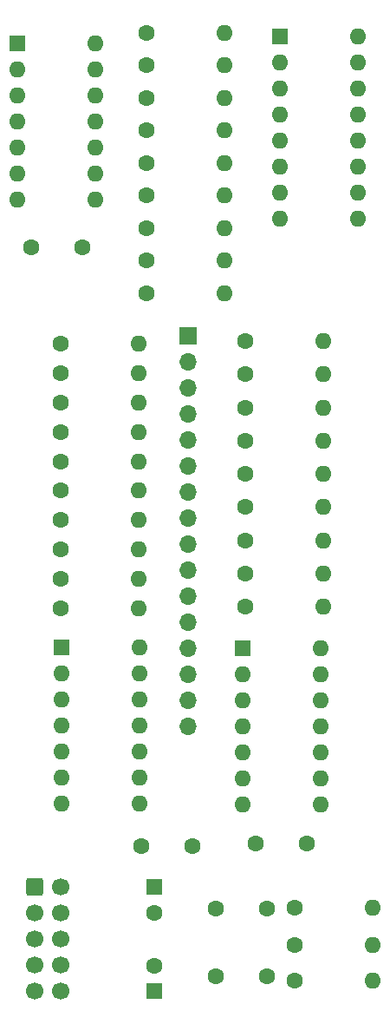
<source format=gbr>
%TF.GenerationSoftware,KiCad,Pcbnew,(6.0.0)*%
%TF.CreationDate,2022-10-17T09:45:21-04:00*%
%TF.ProjectId,ASVCA,41535643-412e-46b6-9963-61645f706362,rev?*%
%TF.SameCoordinates,Original*%
%TF.FileFunction,Soldermask,Bot*%
%TF.FilePolarity,Negative*%
%FSLAX46Y46*%
G04 Gerber Fmt 4.6, Leading zero omitted, Abs format (unit mm)*
G04 Created by KiCad (PCBNEW (6.0.0)) date 2022-10-17 09:45:21*
%MOMM*%
%LPD*%
G01*
G04 APERTURE LIST*
G04 Aperture macros list*
%AMRoundRect*
0 Rectangle with rounded corners*
0 $1 Rounding radius*
0 $2 $3 $4 $5 $6 $7 $8 $9 X,Y pos of 4 corners*
0 Add a 4 corners polygon primitive as box body*
4,1,4,$2,$3,$4,$5,$6,$7,$8,$9,$2,$3,0*
0 Add four circle primitives for the rounded corners*
1,1,$1+$1,$2,$3*
1,1,$1+$1,$4,$5*
1,1,$1+$1,$6,$7*
1,1,$1+$1,$8,$9*
0 Add four rect primitives between the rounded corners*
20,1,$1+$1,$2,$3,$4,$5,0*
20,1,$1+$1,$4,$5,$6,$7,0*
20,1,$1+$1,$6,$7,$8,$9,0*
20,1,$1+$1,$8,$9,$2,$3,0*%
G04 Aperture macros list end*
%ADD10R,1.600000X1.600000*%
%ADD11C,1.600000*%
%ADD12O,1.600000X1.600000*%
%ADD13RoundRect,0.250000X-0.600000X-0.600000X0.600000X-0.600000X0.600000X0.600000X-0.600000X0.600000X0*%
%ADD14C,1.700000*%
%ADD15R,1.700000X1.700000*%
%ADD16O,1.700000X1.700000*%
G04 APERTURE END LIST*
D10*
%TO.C,C1*%
X66675000Y-109284900D03*
D11*
X66675000Y-111784900D03*
%TD*%
%TO.C,R3*%
X80391000Y-111252000D03*
D12*
X88011000Y-111252000D03*
%TD*%
D11*
%TO.C,R25*%
X75565000Y-65722500D03*
D12*
X83185000Y-65722500D03*
%TD*%
D11*
%TO.C,R30*%
X75565000Y-56007000D03*
D12*
X83185000Y-56007000D03*
%TD*%
D11*
%TO.C,R10*%
X57531000Y-79177400D03*
D12*
X65151000Y-79177400D03*
%TD*%
D11*
%TO.C,R2*%
X75565000Y-81915000D03*
D12*
X83185000Y-81915000D03*
%TD*%
D11*
%TO.C,R24*%
X75565000Y-62484000D03*
D12*
X83185000Y-62484000D03*
%TD*%
D11*
%TO.C,R7*%
X65913000Y-29083000D03*
D12*
X73533000Y-29083000D03*
%TD*%
D11*
%TO.C,C3*%
X72684000Y-111379000D03*
X77684000Y-111379000D03*
%TD*%
%TO.C,R5*%
X65913000Y-38608000D03*
D12*
X73533000Y-38608000D03*
%TD*%
D11*
%TO.C,R21*%
X57531000Y-61990100D03*
D12*
X65151000Y-61990100D03*
%TD*%
D11*
%TO.C,R18*%
X57531000Y-64854700D03*
D12*
X65151000Y-64854700D03*
%TD*%
D11*
%TO.C,R31*%
X75565000Y-75438000D03*
D12*
X83185000Y-75438000D03*
%TD*%
D11*
%TO.C,R4*%
X80391000Y-114935000D03*
D12*
X88011000Y-114935000D03*
%TD*%
D13*
%TO.C,J1*%
X55000500Y-109220000D03*
D14*
X57540500Y-109220000D03*
X55000500Y-111760000D03*
X57540500Y-111760000D03*
X55000500Y-114300000D03*
X57540500Y-114300000D03*
X55000500Y-116840000D03*
X57540500Y-116840000D03*
X55000500Y-119380000D03*
X57540500Y-119380000D03*
%TD*%
D10*
%TO.C,U2*%
X53350000Y-26919000D03*
D12*
X53350000Y-29459000D03*
X53350000Y-31999000D03*
X53350000Y-34539000D03*
X53350000Y-37079000D03*
X53350000Y-39619000D03*
X53350000Y-42159000D03*
X60970000Y-42159000D03*
X60970000Y-39619000D03*
X60970000Y-37079000D03*
X60970000Y-34539000D03*
X60970000Y-31999000D03*
X60970000Y-29459000D03*
X60970000Y-26919000D03*
%TD*%
D11*
%TO.C,R15*%
X65913000Y-44958000D03*
D12*
X73533000Y-44958000D03*
%TD*%
D11*
%TO.C,R6*%
X57531000Y-67719200D03*
D12*
X65151000Y-67719200D03*
%TD*%
D11*
%TO.C,R19*%
X57531000Y-70583800D03*
D12*
X65151000Y-70583800D03*
%TD*%
D11*
%TO.C,C5*%
X59650000Y-46863000D03*
X54650000Y-46863000D03*
%TD*%
%TO.C,C4*%
X72684000Y-117983000D03*
X77684000Y-117983000D03*
%TD*%
%TO.C,R9*%
X65913000Y-35433000D03*
D12*
X73533000Y-35433000D03*
%TD*%
D10*
%TO.C,C2*%
X66675000Y-119442100D03*
D11*
X66675000Y-116942100D03*
%TD*%
%TO.C,R27*%
X75565000Y-59245500D03*
D12*
X83185000Y-59245500D03*
%TD*%
D11*
%TO.C,R17*%
X57531000Y-82042000D03*
D12*
X65151000Y-82042000D03*
%TD*%
D11*
%TO.C,R28*%
X75565000Y-78676500D03*
D12*
X83185000Y-78676500D03*
%TD*%
D10*
%TO.C,U3*%
X57668000Y-85847000D03*
D12*
X57668000Y-88387000D03*
X57668000Y-90927000D03*
X57668000Y-93467000D03*
X57668000Y-96007000D03*
X57668000Y-98547000D03*
X57668000Y-101087000D03*
X65288000Y-101087000D03*
X65288000Y-98547000D03*
X65288000Y-96007000D03*
X65288000Y-93467000D03*
X65288000Y-90927000D03*
X65288000Y-88387000D03*
X65288000Y-85847000D03*
%TD*%
D11*
%TO.C,C6*%
X65445000Y-105283000D03*
X70445000Y-105283000D03*
%TD*%
%TO.C,R20*%
X57531000Y-76312900D03*
D12*
X65151000Y-76312900D03*
%TD*%
D11*
%TO.C,R26*%
X75565000Y-68961000D03*
D12*
X83185000Y-68961000D03*
%TD*%
D11*
%TO.C,R12*%
X65913000Y-32258000D03*
D12*
X73533000Y-32258000D03*
%TD*%
D11*
%TO.C,R14*%
X65913000Y-48133000D03*
D12*
X73533000Y-48133000D03*
%TD*%
D10*
%TO.C,U1*%
X79004000Y-26279000D03*
D12*
X79004000Y-28819000D03*
X79004000Y-31359000D03*
X79004000Y-33899000D03*
X79004000Y-36439000D03*
X79004000Y-38979000D03*
X79004000Y-41519000D03*
X79004000Y-44059000D03*
X86624000Y-44059000D03*
X86624000Y-41519000D03*
X86624000Y-38979000D03*
X86624000Y-36439000D03*
X86624000Y-33899000D03*
X86624000Y-31359000D03*
X86624000Y-28819000D03*
X86624000Y-26279000D03*
%TD*%
D11*
%TO.C,R8*%
X65913000Y-41783000D03*
D12*
X73533000Y-41783000D03*
%TD*%
D15*
%TO.C,J12*%
X69977000Y-55499000D03*
D16*
X69977000Y-58039000D03*
X69977000Y-60579000D03*
X69977000Y-63119000D03*
X69977000Y-65659000D03*
X69977000Y-68199000D03*
X69977000Y-70739000D03*
X69977000Y-73279000D03*
X69977000Y-75819000D03*
X69977000Y-78359000D03*
X69977000Y-80899000D03*
X69977000Y-83439000D03*
X69977000Y-85979000D03*
X69977000Y-88519000D03*
X69977000Y-91059000D03*
X69977000Y-93599000D03*
%TD*%
D11*
%TO.C,R22*%
X57531000Y-73448300D03*
D12*
X65151000Y-73448300D03*
%TD*%
D11*
%TO.C,C7*%
X76621000Y-105029000D03*
X81621000Y-105029000D03*
%TD*%
%TO.C,R29*%
X75565000Y-72199500D03*
D12*
X83185000Y-72199500D03*
%TD*%
D11*
%TO.C,R1*%
X80391000Y-118364000D03*
D12*
X88011000Y-118364000D03*
%TD*%
D11*
%TO.C,R16*%
X57531000Y-59125600D03*
D12*
X65151000Y-59125600D03*
%TD*%
D11*
%TO.C,R11*%
X65913000Y-51308000D03*
D12*
X73533000Y-51308000D03*
%TD*%
D11*
%TO.C,R23*%
X57531000Y-56261000D03*
D12*
X65151000Y-56261000D03*
%TD*%
D10*
%TO.C,U4*%
X75321000Y-85974000D03*
D12*
X75321000Y-88514000D03*
X75321000Y-91054000D03*
X75321000Y-93594000D03*
X75321000Y-96134000D03*
X75321000Y-98674000D03*
X75321000Y-101214000D03*
X82941000Y-101214000D03*
X82941000Y-98674000D03*
X82941000Y-96134000D03*
X82941000Y-93594000D03*
X82941000Y-91054000D03*
X82941000Y-88514000D03*
X82941000Y-85974000D03*
%TD*%
D11*
%TO.C,R13*%
X65913000Y-25908000D03*
D12*
X73533000Y-25908000D03*
%TD*%
M02*

</source>
